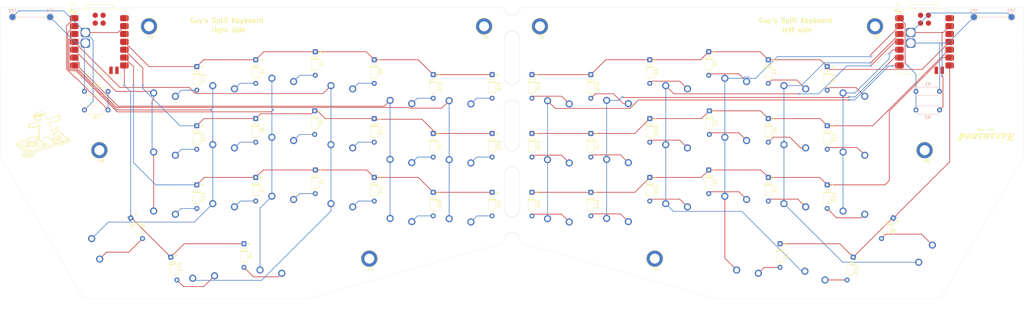
<source format=kicad_pcb>
(kicad_pcb (version 20241229) (generator "pcbnew") (generator_version "9.0")
  (layers (0 "F.Cu" signal) (2 "B.Cu" signal) (13 "F.Paste" user) (15 "B.Paste" user) (5 "F.SilkS" user "F.Silkscreen") (7 "B.SilkS" user "B.Silkscreen") (1 "F.Mask" user) (3 "B.Mask" user) (25 "Edge.Cuts" user))
  (net 0 "")
  (net 1 "Net-(D1-A)")
  (net 2 "Net-(D2-A)")
  (net 3 "Net-(D3-A)")
  (net 4 "Net-(D4-A)")
  (net 5 "Net-(D5-A)")
  (net 6 "Net-(D6-A)")
  (net 7 "Net-(D7-A)")
  (net 8 "Net-(D8-A)")
  (net 9 "Net-(D9-A)")
  (net 10 "Net-(D10-A)")
  (net 11 "Net-(D11-A)")
  (net 12 "Net-(D12-A)")
  (net 13 "Net-(D13-A)")
  (net 14 "Net-(D14-A)")
  (net 15 "Net-(D15-A)")
  (net 16 "Net-(D16-A)")
  (net 17 "Net-(D17-A)")
  (net 18 "Net-(D18-A)")
  (net 19 "Net-(D19-A)")
  (net 20 "Net-(D20-A)")
  (net 21 "Net-(D21-A)")
  (net 30 "Col6")
  (net 31 "Col5")
  (net 32 "Col4")
  (net 33 "Col3")
  (net 34 "Col2")
  (net 35 "Col1")
  (net 36 "GND")
  (net 37 "VBAT")
  (net 38 "BTPin")
  (net 39 "Row4")
  (net 40 "Row3")
  (net 41 "Row2")
  (net 42 "Row1")
  (footprint "Diode_THT:D_DO-35_SOD27_P7.62mm_Horizontal" (layer "F.Cu") (at 98.9 164.856667 -90)
    (property "Reference" "D15")
    (property "Value" "D")
  )
  (footprint "GateronKS33Solder:Gateron-KS33-Solderable-1U" (layer "F.Cu") (at 89.4 168.591667)
    (property "Reference" "SW15")
    (property "Value" "SW_Push")
  )
  (footprint "Diode_THT:D_DO-35_SOD27_P7.62mm_Horizontal" (layer "F.Cu") (at 263.9 121.856667 -90)
    (property "Reference" "D1")
    (property "Value" "D")
  )
  (footprint "GateronKS33Solder:Gateron-KS33-Solderable-1U" (layer "F.Cu") (at 165.6 170.972917)
    (property "Reference" "SW18")
    (property "Value" "SW_Push")
  )
  (footprint "Panelization:mouse-bite-5mm-slot" (layer "F.Cu") (at 200.5 177.666667 90)
    (property "Reference" "H7" (hide yes))
    (property "Value" "MountingHole" (hide yes))
    (fp_arc (start -5 -2.5) (mid -2.5 0) (end -5 2.5) (stroke (width 0.1)) (layer "Edge.Cuts"))
    (fp_arc (start 5 2.5) (mid 2.5 0) (end 5 -2.5) (stroke (width 0.1)) (layer "Edge.Cuts"))
  )
  (footprint "Diode_THT:D_DO-35_SOD27_P7.62mm_Horizontal" (layer "F.Cu") (at 225.9 129.256667 -90)
    (property "Reference" "D16")
    (property "Value" "D")
  )
  (footprint "Diode_THT:D_DO-35_SOD27_P7.62mm_Horizontal" (layer "F.Cu") (at 77.595 175.56711 -60)
    (property "Reference" "D8")
    (property "Value" "D")
  )
  (footprint "GateronKS33Solder:Gateron-KS33-Solderable-1U" (layer "F.Cu") (at 292.55 166.210417)
    (property "Reference" "SW7")
    (property "Value" "SW_Push")
  )
  (footprint "Panelization:mouse-bite-5mm-slot" (layer "F.Cu") (at 200.5 112.666667 90)
    (property "Reference" "H1" (hide yes))
    (property "Value" "MountingHole" (hide yes))
    (fp_arc (start -5 -2.5) (mid -2.5 0) (end -5 2.5) (stroke (width 0.1)) (layer "Edge.Cuts"))
    (fp_arc (start 5 2.5) (mid 2.5 0) (end 5 -2.5) (stroke (width 0.1)) (layer "Edge.Cuts"))
  )
  (footprint "GateronKS33Solder:Gateron-KS33-Solderable-1U" (layer "F.Cu") (at 311.6 168.591667)
    (property "Reference" "SW15")
    (property "Value" "SW_Push")
  )
  (footprint "Diode_THT:D_DO-35_SOD27_P7.62mm_Horizontal" (layer "F.Cu") (at 244.9 162.446667 -90)
    (property "Reference" "D11")
    (property "Value" "D")
  )
  (footprint "TestPoint:TestPoint_Loop_D3.80mm_Drill2.8mm" (layer "F.Cu") (at 191.5 113.666667)
    (property "Reference" "H6")
    (property "Value" "MountingHole")
  )
  (footprint "GateronKS33Solder:Gateron-KS33-Solderable-1U" (layer "F.Cu") (at 89.4 130.491667)
    (property "Reference" "SW13")
    (property "Value" "SW_Push")
  )
  (footprint "Diode_THT:D_DO-35_SOD27_P7.62mm_Horizontal" (layer "F.Cu") (at 156.1 143.446667 -90)
    (property "Reference" "D10")
    (property "Value" "D")
  )
  (footprint "GateronKS33Solder:Gateron-KS33-Solderable-1U" (layer "F.Cu") (at 146.55 147.160417)
    (property "Reference" "SW10")
    (property "Value" "SW_Push")
  )
  (footprint "Diode_THT:D_DO-35_SOD27_P7.62mm_Horizontal" (layer "F.Cu") (at 283.1 143.451667 -90)
    (property "Reference" "D6")
    (property "Value" "D")
  )
  (footprint "Diode_THT:D_DO-35_SOD27_P7.62mm_Horizontal" (layer "F.Cu") (at 98.9 126.656667 -90)
    (property "Reference" "D13")
    (property "Value" "D")
  )
  (footprint "Diode_THT:D_DO-35_SOD27_P7.62mm_Horizontal" (layer "F.Cu") (at 175.1 129.256667 -90)
    (property "Reference" "D16")
    (property "Value" "D")
  )
  (footprint "Diode_THT:D_DO-35_SOD27_P7.62mm_Horizontal" (layer "F.Cu") (at 137.1 160.046667 -90)
    (property "Reference" "D3")
    (property "Value" "D")
  )
  (footprint "GateronKS33Solder:Gateron-KS33-Solderable-1U" (layer "F.Cu") (at 235.4 132.872917)
    (property "Reference" "SW16")
    (property "Value" "SW_Push")
  )
  (footprint "TestPoint:TestPoint_Loop_D3.80mm_Drill2.8mm" (layer "F.Cu") (at 67.5 153.666667)
    (property "Reference" "H8")
    (property "Value" "MountingHole")
  )
  (footprint "Diode_THT:D_DO-35_SOD27_P7.62mm_Horizontal" (layer "F.Cu") (at 194.1 129.256667 -90)
    (property "Reference" "D19")
    (property "Value" "D")
  )
  (footprint "GateronKS33Solder:Gateron-KS33-Solderable-2U" (layer "F.Cu") (at 329.7125 183.666667 60)
    (property "Reference" "SW8")
    (property "Value" "SW_Push")
  )
  (footprint "LOGO" (layer "F.Cu") (at 49.5 148.666667)
    (property "Reference" "G***" (hide yes))
    (property "Value" "LOGO" (hide yes))
  )
  (footprint "GateronKS33Solder:Gateron-KS33-Solderable-1U" (layer "F.Cu") (at 108.45 166.210417)
    (property "Reference" "SW7")
    (property "Value" "SW_Push")
  )
  (footprint "Diode_THT:D_DO-35_SOD27_P7.62mm_Horizontal" (layer "F.Cu") (at 117.9 124.456667 -90)
    (property "Reference" "D5")
    (property "Value" "D")
  )
  (footprint "GateronKS33Solder:Gateron-KS33-Solderable-1U" (layer "F.Cu") (at 127.5 144.779167)
    (property "Reference" "SW2")
    (property "Value" "SW_Push")
  )
  (footprint "GateronKS33Solder:Gateron-KS33-Solderable-1U" (layer "F.Cu") (at 100.626726 189.319968 15)
    (property "Reference" "SW12")
    (property "Value" "SW_Push")
  )
  (footprint "GateronKS33Solder:Gateron-KS33-Solderable-1U" (layer "F.Cu") (at 300.373274 189.319968 -15)
    (property "Reference" "SW12")
    (property "Value" "SW_Push")
  )
  (footprint "Diode_THT:D_DO-35_SOD27_P7.62mm_Horizontal" (layer "F.Cu") (at 263.9 160.046667 -90)
    (property "Reference" "D3")
    (property "Value" "D")
  )
  (footprint "Panelization:mouse-bite-5mm-slot" (layer "F.Cu") (at 200.5 156.333334 90)
    (property "Reference" "H5" (hide yes))
    (property "Value" "MountingHole" (hide yes))
    (fp_arc (start -5 -2.5) (mid -2.5 0) (end -5 2.5) (stroke (width 0.1)) (layer "Edge.Cuts"))
    (fp_arc (start 5 2.5) (mid 2.5 0) (end 5 -2.5) (stroke (width 0.1)) (layer "Edge.Cuts"))
  )
  (footprint "GateronKS33Solder:Gateron-KS33-Solderable-1U" (layer "F.Cu") (at 123.69 187.641667)
    (property "Reference" "SW4")
    (property "Value" "SW_Push")
  )
  (footprint "Diode_THT:D_DO-35_SOD27_P7.62mm_Horizontal" (layer "F.Cu") (at 206.9 148.251667 -90)
    (property "Reference" "D20")
    (property "Value" "D")
  )
  (footprint "TestPoint:TestPoint_Loop_D3.80mm_Drill2.8mm" (layer "F.Cu") (at 246.5 188.666667)
    (property "Reference" "H4")
    (property "Value" "MountingHole")
  )
  (footprint "Diode_THT:D_DO-35_SOD27_P7.62mm_Horizontal" (layer "F.Cu") (at 194.1 148.251667 -90)
    (property "Reference" "D20")
    (property "Value" "D")
  )
  (footprint "GateronKS33Solder:Gateron-KS33-Solderable-1U" (layer "F.Cu") (at 127.5 163.829167)
    (property "Reference" "SW3")
    (property "Value" "SW_Push")
  )
  (footprint "GateronKS33Solder:Gateron-KS33-Solderable-1U" (layer "F.Cu") (at 311.6 130.491667)
    (property "Reference" "SW13")
    (property "Value" "SW_Push")
  )
  (footprint "Diode_THT:D_DO-35_SOD27_P7.62mm_Horizontal" (layer "F.Cu") (at 117.9 143.451667 -90)
    (property "Reference" "D6")
    (property "Value" "D")
  )
  (footprint "TestPoint:TestPoint_Loop_D3.80mm_Drill2.8mm" (layer "F.Cu") (at 209.5 113.666667)
    (property "Reference" "H6")
    (property "Value" "MountingHole")
  )
  (footprint "Diode_THT:D_DO-35_SOD27_P7.62mm_Horizontal" (layer "F.Cu") (at 156.1 124.446667 -90)
    (property "Reference" "D9")
    (property "Value" "D")
  )
  (footprint "GateronKS33Solder:Gateron-KS33-Solderable-1U" (layer "F.Cu") (at 311.6 149.541667)
    (property "Reference" "SW14")
    (property "Value" "SW_Push")
  )
  (footprint "GateronKS33Solder:Gateron-KS33-Solderable-1U" (layer "F.Cu") (at 146.55 166.210417)
    (property "Reference" "SW11")
    (property "Value" "SW_Push")
  )
  (footprint "Diode_THT:D_DO-35_SOD27_P7.62mm_Horizontal" (layer "F.Cu") (at 137.1 121.856667 -90)
    (property "Reference" "D1")
    (property "Value" "D")
  )
  (footprint "Resistor_THT:R_Axial_DIN0207_L6.3mm_D2.5mm_P7.62mm_Horizontal" (layer "F.Cu") (at 70.31 140.666667 180)
    (property "Reference" "R2")
    (property "Value" "R")
  )
  (footprint "TestPoint:TestPoint_Loop_D3.80mm_Drill2.8mm" (layer "F.Cu") (at 317.5 113.666667)
    (property "Reference" "H2")
    (property "Value" "MountingHole")
  )
  (footprint "Moddedxiao:modified-XIAO-nRF52840-SMD" (layer "F.Cu") (at 333.5 118.666667)
    (property "Reference" "U1")
    (property "Value" "XIAO-nRF52840-SMD")
  )
  (footprint "Diode_THT:D_DO-35_SOD27_P7.62mm_Horizontal" (layer "F.Cu") (at 206.9 167.246667 -90)
    (property "Reference" "D21")
    (property "Value" "D")
  )
  (footprint "GateronKS33Solder:Gateron-KS33-Solderable-1U" (layer "F.Cu") (at 216.35 171.068167)
    (property "Reference" "SW21")
    (property "Value" "SW_Push")
  )
  (footprint "Diode_THT:D_DO-35_SOD27_P7.62mm_Horizontal" (layer "F.Cu") (at 98.9 145.756667 -90)
    (property "Reference" "D14")
    (property "Value" "D")
  )
  (footprint "GateronKS33Solder:Gateron-KS33-Solderable-1U" (layer "F.Cu") (at 216.35 152.018167)
    (property "Reference" "SW20")
    (property "Value" "SW_Push")
  )
  (footprint "Diode_THT:D_DO-35_SOD27_P7.62mm_Horizontal" (layer "F.Cu") (at 283.1 124.456667 -90)
    (property "Reference" "D5")
    (property "Value" "D")
  )
  (footprint "GateronKS33Solder:Gateron-KS33-Solderable-1U" (layer "F.Cu") (at 254.45 128.110417)
    (property "Reference" "SW9")
    (property "Value" "SW_Push")
  )
  (footprint "GateronKS33Solder:Gateron-KS33-Solderable-1U" (layer "F.Cu") (at 184.65 132.968167)
    (property "Reference" "SW19")
    (property "Value" "SW_Push")
  )
  (footprint "Diode_THT:D_DO-35_SOD27_P7.62mm_Horizontal" (layer "F.Cu") (at 323.405 175.56711 -120)
    (property "Reference" "D8")
    (property "Value" "D")
  )
  (footprint "LOGO" (layer "F.Cu") (at 353.5 148.666667)
    (property "Reference" "G***" (hide yes))
    (property "Value" "LOGO" (hide yes))
  )
  (footprint "TestPoint:TestPoint_Loop_D3.80mm_Drill2.8mm" (layer "F.Cu") (at 83.5 113.666667)
    (property "Reference" "H2")
    (property "Value" "MountingHole")
  )
  (footprint "Diode_THT:D_DO-35_SOD27_P7.62mm_Horizontal" (layer "F.Cu") (at 114.1 183.856667 -90)
    (property "Reference" "D4")
    (property "Value" "D")
  )
  (footprint "GateronKS33Solder:Gateron-KS33-Solderable-1U" (layer "F.Cu") (at 165.6 132.872917)
    (property "Reference" "SW16")
    (property "Value" "SW_Push")
  )
  (footprint "GateronKS33Solder:Gateron-KS33-Solderable-1U" (layer "F.Cu") (at 184.65 171.068167)
    (property "Reference" "SW21")
    (property "Value" "SW_Push")
  )
  (footprint "Diode_THT:D_DO-35_SOD27_P7.62mm_Horizontal" (layer "F.Cu") (at 225.9 148.251667 -90)
    (property "Reference" "D17")
    (property "Value" "D")
  )
  (footprint "GateronKS33Solder:Gateron-KS33-Solderable-1U" (layer "F.Cu") (at 292.55 128.110417)
    (property "Reference" "SW5")
    (property "Value" "SW_Push")
  )
  (footprint "Diode_THT:D_DO-35_SOD27_P7.62mm_Horizontal" (layer "F.Cu") (at 194.1 167.246667 -90)
    (property "Reference" "D21")
    (property "Value" "D")
  )
  (footprint "GateronKS33Solder:Gateron-KS33-Solderable-1U" (layer "F.Cu") (at 235.4 151.922917)
    (property "Reference" "SW17")
    (property "Value" "SW_Push")
  )
  (footprint "Diode_THT:D_DO-35_SOD27_P7.62mm_Horizontal" (layer "F.Cu") (at 206.9 129.256667 -90)
    (property "Reference" "D19")
    (property "Value" "D")
  )
  (footprint "GateronKS33Solder:Gateron-KS33-Solderable-1U" (layer "F.Cu") (at 108.45 147.160417)
    (property "Reference" "SW6")
    (property "Value" "SW_Push")
  )
  (footprint "Diode_THT:D_DO-35_SOD27_P7.62mm_Horizontal" (layer "F.Cu") (at 225.9 167.246667 -90)
    (property "Reference" "D18")
    (property "Value" "D")
  )
  (footprint "GateronKS33Solder:Gateron-KS33-Solderable-1U" (layer "F.Cu") (at 184.65 152.018167)
    (property "Reference" "SW20")
    (property "Value" "SW_Push")
  )
  (footprint "Diode_THT:D_DO-35_SOD27_P7.62mm_Horizontal" (layer "F.Cu") (at 117.9 162.446667 -90)
    (property "Reference" "D7")
    (property "Value" "D")
  )
  (footprint "Diode_THT:D_DO-35_SOD27_P7.62mm_Horizontal" (layer "F.Cu") (at 136.9 140.951667 -90)
    (property "Reference" "D2")
    (property "Value" "D")
  )
  (footprint "Diode_THT:D_DO-35_SOD27_P7.62mm_Horizontal" (layer "F.Cu") (at 244.9 143.446667 -90)
    (property "Reference" "D10")
    (property "Value" "D")
  )
  (footprint "GateronKS33Solder:Gateron-KS33-Solderable-1U" (layer "F.Cu") (at 254.45 147.160417)
    (property "Reference" "SW10")
    (property "Value" "SW_Push")
  )
  (footprint "Diode_THT:D_DO-35_SOD27_P7.62mm_Horizontal" (layer "F.Cu") (at 175.1 148.251667 -90)
    (property "Reference" "D17")
    (property "Value" "D")
  )
  (footprint "TestPoint:TestPoint_Loop_D3.80mm_Drill2.8mm" (layer "F.Cu") (at 333.5 153.666667)
    (property "Reference" "H8")
    (property "Value" "MountingHole")
  )
  (footprint "Diode_THT:D_DO-35_SOD27_P7.62mm_Horizontal" (layer "F.Cu") (at 175.1 167.246667 -90)
    (property "Reference" "D18")
    (property "Value" "D")
  )
  (footprint "GateronKS33Solder:Gateron-KS33-Solderable-1U" (layer "F.Cu") (at 89.4 149.541667)
    (property "Reference" "SW14")
    (property "Value" "SW_Push")
  )
  (footprint "Diode_THT:D_DO-35_SOD27_P7.62mm_Horizontal" (layer "F.Cu") (at 286.9 183.856667 -90)
    (property "Reference" "D4")
    (property "Value" "D")
  )
  (footprint "GateronKS33Solder:Gateron-KS33-Solderable-1U" (layer "F.Cu") (at 273.5 125.729167)
    (property "Reference" "SW1")
    (property "Value" "SW_Push")
  )
  (footprint "Diode_THT:D_DO-35_SOD27_P7.62mm_Horizontal" (layer "F.Cu") (at 302.1 126.656667 -90)
    (property "Reference" "D13")
    (property "Value" "D")
  )
  (footprint "GateronKS33Solder:Gateron-KS33-Solderable-1U" (layer "F.Cu") (at 292.55 147.160417)
    (property "Reference" "SW6")
    (property "Value" "SW_Push")
  )
  (footprint "GateronKS33Solder:Gateron-KS33-Solderable-1U" (layer "F.Cu") (at 254.45 166.210417)
    (property "Reference" "SW11")
    (property "Value" "SW_Push")
  )
  (footprint "GateronKS33Solder:Gateron-KS33-Solderable-1U" (layer "F.Cu") (at 108.45 128.110417)
    (property "Reference" "SW5")
    (property "Value" "SW_Push")
  )
  (footprint "GateronKS33Solder:Gateron-KS33-Solderable-1U" (layer "F.Cu") (at 273.5 163.829167)
    (property "Reference" "SW3")
    (property "Value" "SW_Push")
  )
  (footprint "GateronKS33Solder:Gateron-KS33-Solderable-1U" (layer "F.Cu") (at 277.31 187.641667)
    (property "Reference" "SW4")
    (property "Value" "SW_Push")
  )
  (footprint "GateronKS33Solder:Gateron-KS33-Solderable-1U" (layer "F.Cu") (at 127.5 125.729167)
    (property "Reference" "SW1")
    (property "Value" "SW_Push")
  )
  (footprint "Diode_THT:D_DO-35_SOD27_P7.62mm_Horizontal" (layer "F.Cu") (at 302.1 145.756667 -90)
    (property "Reference" "D14")
    (property "Value" "D")
  )
  (footprint "Diode_THT:D_DO-35_SOD27_P7.62mm_Horizontal" (layer "F.Cu") (at 310.4861 188.18649 -105)
    (property "Reference" "D12")
    (property "Value" "D")
  )
  (footprint "Moddedxiao:modified-XIAO-nRF52840-SMD" (layer "F.Cu") (at 67.5 118.666667)
    (property "Reference" "U1")
    (property "Value" "XIAO-nRF52840-SMD")
  )
  (footprint "Diode_THT:D_DO-35_SOD27_P7.62mm_Horizontal" (layer "F.Cu") (at 264.1 140.951667 -90)
    (property "Reference" "D2")
    (property "Value" "D")
  )
  (footprint "Panelization:mouse-bite-5mm-slot" (layer "F.Cu") (at 200.5 135 90)
    (property "Reference" "H3" (hide yes))
    (property "Value" "MountingHole" (hide yes))
    (fp_arc (start -5 -2.5) (mid -2.5 0) (end -5 2.5) (stroke (width 0.1)) (layer "Edge.Cuts"))
    (fp_arc (start 5 2.5) (mid 2.5 0) (end 5 -2.5) (stroke (width 0.1)) (layer "Edge.Cuts"))
  )
  (footprint "GateronKS33Solder:Gateron-KS33-Solderable-1U" (layer "F.Cu") (at 165.6 151.922917)
    (property "Reference" "SW17")
    (property "Value" "SW_Push")
  )
  (footprint "GateronKS33Solder:Gateron-KS33-Solderable-1U" (layer "F.Cu") (at 235.4 170.972917)
    (property "Reference" "SW18")
    (property "Value" "SW_Push")
  )
  (footprint "GateronKS33Solder:Gateron-KS33-Solderable-1U" (layer "F.Cu") (at 216.35 132.968167)
    (property "Reference" "SW19")
    (property "Value" "SW_Push")
  )
  (footprint "Diode_THT:D_DO-35_SOD27_P7.62mm_Horizontal" (layer "F.Cu") (at 156.1 162.446667 -90)
    (property "Reference" "D11")
    (property "Value" "D")
  )
  (footprint "Diode_THT:D_DO-35_SOD27_P7.62mm_Horizontal" (layer "F.Cu") (at 90.5139 188.18649 -75)
    (property "Reference" "D12")
    (property "Value" "D")
  )
  (footprint "GateronKS33Solder:Gateron-KS33-Solderable-1U" (layer "F.Cu") (at 273.5 144.779167)
    (property "Reference" "SW2")
    (property "Value" "SW_Push")
  )
  (footprint "TestPoint:TestPoint_Loop_D3.80mm_Drill2.8mm" (layer "F.Cu") (at 154.5 188.666667)
    (property "Reference" "H4")
    (property "Value" "MountingHole")
  )
  (footprint "Diode_THT:D_DO-35_SOD27_P7.62mm_Horizontal" (layer "F.Cu") (at 244.9 124.446667 -90)
    (property "Reference" "D9")
    (property "Value" "D")
  )
  (footprint "GateronKS33Solder:Gateron-KS33-Solderable-2U" (layer "F.Cu") (at 71.2875 183.666667 -60)
    (property "Reference" "SW8")
    (property "Value" "SW_Push")
  )
  (footprint "GateronKS33Solder:Gateron-KS33-Solderable-1U" (layer "F.Cu") (at 146.55 128.110417)
    (property "Reference" "SW9")
    (property "Value" "SW_Push")
  )
  (footprint "Diode_THT:D_DO-35_SOD27_P7.62mm_Horizontal" (layer "F.Cu") (at 283.1 162.446667 -90)
    (property "Reference" "D7")
    (property "Value" "D")
  )
  (footprint "Diode_THT:D_DO-35_SOD27_P7.62mm_Horizontal" (layer "F.Cu") (at 302.1 164.856667 -90)
    (property "Reference" "D15")
    (property "Value" "D")
  )
  (footprint "Resistor_THT:R_Axial_DIN0207_L6.3mm_D2.5mm_P7.62mm_Horizontal" (layer "F.Cu") (at 62.69 134.666667)
    (property "Reference" "R1")
    (property "Value" "R")
  )
  (footprint "Resistor_THT:R_Axial_DIN0207_L6.3mm_D2.5mm_P7.62mm_Horizontal" (layer "B.Cu") (at 338.31 134.666667 180)
    (property "Reference" "R1")
    (property "Value" "R")
  )
  (footprint "TestPoint:TestPoint_Pad_D2.0mm" (layer "B.Cu") (at 349.37619 110.666667 180)
    (property "Reference" "TP1")
    (property "Value" "BAT")
  )
  (footprint "TestPoint:TestPoint_Pad_D2.0mm" (layer "B.Cu") (at 51.62381 110.666667 180)
    (property "Reference" "TP1")
    (property "Value" "BAT")
  )
  (footprint "TestPoint:TestPoint_Pad_D2.0mm" (layer "B.Cu") (at 361.5 110.666667 180)
    (property "Reference" "TP2")
    (property "Value" "GND")
  )
  (footprint "Resistor_THT:R_Axial_DIN0207_L6.3mm_D2.5mm_P7.62mm_Horizontal" (layer "B.Cu") (at 330.69 140.666667)
    (property "Reference" "R2")
    (property "Value" "R")
  )
  (footprint "TestPoint:TestPoint_Pad_D2.0mm" (layer "B.Cu") (at 39.5 110.666667 180)
    (property "Reference" "TP2")
    (property "Value" "GND")
  )
  (gr_line (start 350.638095 110.666667) (end 360.3 110.666667) (stroke (width 0.1)) (layer "B.SilkS"))
  (gr_line (start 40.7 110.666667) (end 50.42381 110.666667) (stroke (width 0.1)) (layer "B.SilkS"))
  (gr_line (start 203 107.666667) (end 365.3 107.666667) (stroke (width 0.05)) (layer "Edge.Cuts"))
  (gr_line (start 338.5 201.666667) (end 266.5 201.666667) (stroke (width 0.05)) (layer "Edge.Cuts"))
  (gr_line (start 203 117.666667) (end 203 130) (stroke (width 0.05)) (layer "Edge.Cuts"))
  (gr_line (start 197.299472 183.666667) (end 134.5 201.666667) (stroke (width 0.05)) (layer "Edge.Cuts"))
  (gr_line (start 198 151.333334) (end 198 140) (stroke (width 0.05)) (layer "Edge.Cuts"))
  (gr_line (start 203 161.333334) (end 203 172.666667) (stroke (width 0.05)) (layer "Edge.Cuts"))
  (gr_line (start 62.5 201.666667) (end 134.5 201.666667) (stroke (width 0.05)) (layer "Edge.Cuts"))
  (gr_line (start 198 172.666667) (end 198 161.333334) (stroke (width 0.05)) (layer "Edge.Cuts"))
  (gr_line (start 62.5 201.666667) (end 35.5 155.491667) (stroke (width 0.05)) (layer "Edge.Cuts"))
  (gr_line (start 338.5 201.666667) (end 365.5 155.666667) (stroke (width 0.05)) (layer "Edge.Cuts"))
  (gr_line (start 198 107.666667) (end 35.7 107.666667) (stroke (width 0.05)) (layer "Edge.Cuts"))
  (gr_line (start 198 117.666667) (end 198 130) (stroke (width 0.05)) (layer "Edge.Cuts"))
  (gr_line (start 203 182.666667) (end 203.700528 183.666667) (stroke (width 0.05)) (layer "Edge.Cuts"))
  (gr_line (start 365.304167 107.666667) (end 365.504167 155.666667) (stroke (width 0.05)) (layer "Edge.Cuts"))
  (gr_line (start 203.700528 183.666667) (end 266.5 201.666667) (stroke (width 0.05)) (layer "Edge.Cuts"))
  (gr_line (start 203 140) (end 203 151.333334) (stroke (width 0.05)) (layer "Edge.Cuts"))
  (gr_line (start 198 182.666667) (end 197.299472 183.666667) (stroke (width 0.05)) (layer "Edge.Cuts"))
  (gr_line (start 35.700855 107.666597) (end 35.496474 155.491667) (stroke (width 0.05)) (layer "Edge.Cuts"))
  (gr_text "left side" (at 287.5 115.666667 0) (layer "F.SilkS") (effects (font (size 1.5 1.5) (thickness 0.3) (bold yes)) (justify left bottom)))
  (gr_text "Guy's Split Keyboard" (at 279.9 112.666667 0) (layer "F.SilkS") (effects (font (size 1.5 1.5) (thickness 0.3) (bold yes)) (justify left bottom)))
  (gr_text "right side" (at 103.5 115.666667 0) (layer "F.SilkS") (effects (font (size 1.5 1.5) (thickness 0.3) (bold yes)) (justify left bottom)))
  (gr_text "Guy's Split Keyboard" (at 96.5 112.666667 0) (layer "F.SilkS") (effects (font (size 1.5 1.5) (thickness 0.3) (bold yes)) (justify left bottom)))
  (segment (start 273.599 128.978167) (end 264.3985 128.978167) (width 0.2) (layer "F.Cu") (net 1))
  (segment (start 276.1 131.479167) (end 273.599 128.978167) (width 0.2) (layer "F.Cu") (net 1))
  (segment (start 264.3985 128.978167) (end 263.9 129.476667) (width 0.2) (layer "F.Cu") (net 1))
  (segment (start 137.1 129.476667) (end 132.1025 129.476667) (width 0.2) (layer "B.Cu") (net 1))
  (segment (start 132.1025 129.476667) (end 130.1 131.479167) (width 0.2) (layer "B.Cu") (net 1))
  (segment (start 264.6435 148.028167) (end 264.1 148.571667) (width 0.2) (layer "F.Cu") (net 2))
  (segment (start 276.1 150.529167) (end 273.599 148.028167) (width 0.2) (layer "F.Cu") (net 2))
  (segment (start 273.599 148.028167) (end 264.6435 148.028167) (width 0.2) (layer "F.Cu") (net 2))
  (segment (start 130.1 150.529167) (end 132.0575 148.571667) (width 0.2) (layer "B.Cu") (net 2))
  (segment (start 132.0575 148.571667) (end 136.9 148.571667) (width 0.2) (layer "B.Cu") (net 2))
  (segment (start 276.1 169.579167) (end 273.599 167.078167) (width 0.2) (layer "F.Cu") (net 3))
  (segment (start 264.4885 167.078167) (end 263.9 167.666667) (width 0.2) (layer "F.Cu") (net 3))
  (segment (start 273.599 167.078167) (end 264.4885 167.078167) (width 0.2) (layer "F.Cu") (net 3))
  (segment (start 130.1 169.579167) (end 132.0125 167.666667) (width 0.2) (layer "B.Cu") (net 3))
  (segment (start 132.0125 167.666667) (end 137.1 167.666667) (width 0.2) (layer "B.Cu") (net 3))
  (segment (start 286.9 191.476667) (end 281.825 191.476667) (width 0.2) (layer "F.Cu") (net 4))
  (segment (start 117.165 194.541667) (end 114.1 191.476667) (width 0.2) (layer "F.Cu") (net 4))
  (segment (start 281.825 191.476667) (end 279.91 193.391667) (width 0.2) (layer "F.Cu") (net 4))
  (segment (start 126.29 193.391667) (end 125.14 194.541667) (width 0.2) (layer "F.Cu") (net 4))
  (segment (start 125.14 194.541667) (end 117.165 194.541667) (width 0.2) (layer "F.Cu") (net 4))
  (segment (start 292.301 131.011417) (end 284.16525 131.011417) (width 0.2) (layer "F.Cu") (net 5))
  (segment (start 295.15 133.860417) (end 292.301 131.011417) (width 0.2) (layer "F.Cu") (net 5))
  (segment (start 284.16525 131.011417) (end 283.1 132.076667) (width 0.2) (layer "F.Cu") (net 5))
  (segment (start 117.9 132.076667) (end 112.83375 132.076667) (width 0.2) (layer "B.Cu") (net 5))
  (segment (start 112.83375 132.076667) (end 111.05 133.860417) (width 0.2) (layer "B.Cu") (net 5))
  (segment (start 284.72 149.451667) (end 283.1 151.071667) (width 0.2) (layer "F.Cu") (net 6))
  (segment (start 290.064905 149.451667) (end 284.72 149.451667) (width 0.2) (layer "F.Cu") (net 6))
  (segment (start 293.523655 152.910417) (end 290.064905 149.451667) (width 0.2) (layer "F.Cu") (net 6))
  (segment (start 295.15 152.910417) (end 293.523655 152.910417) (width 0.2) (layer "F.Cu") (net 6))
  (segment (start 112.88875 151.071667) (end 117.9 151.071667) (width 0.2) (layer "B.Cu") (net 6))
  (segment (start 111.05 152.910417) (end 112.88875 151.071667) (width 0.2) (layer "B.Cu") (net 6))
  (segment (start 295.15 171.960417) (end 292.64125 169.451667) (width 0.2) (layer "F.Cu") (net 7))
  (segment (start 292.64125 169.451667) (end 283.715 169.451667) (width 0.2) (layer "F.Cu") (net 7))
  (segment (start 283.715 169.451667) (end 283.1 170.066667) (width 0.2) (layer "F.Cu") (net 7))
  (segment (start 112.94375 170.066667) (end 117.9 170.066667) (width 0.2) (layer "B.Cu") (net 7))
  (segment (start 111.05 171.960417) (end 112.94375 170.066667) (width 0.2) (layer "B.Cu") (net 7))
  (segment (start 81.405 182.166224) (end 77.003557 186.567667) (width 0.2) (layer "F.Cu") (net 8))
  (segment (start 335.992146 184.290001) (end 332.467812 180.765667) (width 0.2) (layer "F.Cu") (net 8))
  (segment (start 69.83352 186.567667) (end 67.607854 188.793333) (width 0.2) (layer "F.Cu") (net 8))
  (segment (start 332.467812 180.765667) (end 320.995557 180.765667) (width 0.2) (layer "F.Cu") (net 8))
  (segment (start 77.003557 186.567667) (end 69.83352 186.567667) (width 0.2) (layer "F.Cu") (net 8))
  (segment (start 320.995557 180.765667) (end 319.595 182.166224) (width 0.2) (layer "F.Cu") (net 8))
  (segment (start 257.05 133.860417) (end 254.549 131.359417) (width 0.2) (layer "F.Cu") (net 9))
  (segment (start 254.549 131.359417) (end 245.60725 131.359417) (width 0.2) (layer "F.Cu") (net 9))
  (segment (start 245.60725 131.359417) (end 244.9 132.066667) (width 0.2) (layer "F.Cu") (net 9))
  (segment (start 150.94375 132.066667) (end 149.15 133.860417) (width 0.2) (layer "B.Cu") (net 9))
  (segment (start 156.1 132.066667) (end 150.94375 132.066667) (width 0.2) (layer "B.Cu") (net 9))
  (segment (start 254.549 150.409417) (end 245.55725 150.409417) (width 0.2) (layer "F.Cu") (net 10))
  (segment (start 257.05 152.910417) (end 254.549 150.409417) (width 0.2) (layer "F.Cu") (net 10))
  (segment (start 245.55725 150.409417) (end 244.9 151.066667) (width 0.2) (layer "F.Cu") (net 10))
  (segment (start 150.99375 151.066667) (end 156.1 151.066667) (width 0.2) (layer "B.Cu") (net 10))
  (segment (start 149.15 152.910417) (end 150.99375 151.066667) (width 0.2) (layer "B.Cu") (net 10))
  (segment (start 257.05 171.960417) (end 254.549 169.459417) (width 0.2) (layer "F.Cu") (net 11))
  (segment (start 254.549 169.459417) (end 245.50725 169.459417) (width 0.2) (layer "F.Cu") (net 11))
  (segment (start 245.50725 169.459417) (end 244.9 170.066667) (width 0.2) (layer "F.Cu") (net 11))
  (segment (start 151.04375 170.066667) (end 156.1 170.066667) (width 0.2) (layer "B.Cu") (net 11))
  (segment (start 149.15 171.960417) (end 151.04375 170.066667) (width 0.2) (layer "B.Cu") (net 11))
  (segment (start 301.396472 195.546971) (end 308.513773 195.546971) (width 0.2) (layer "F.Cu") (net 12))
  (segment (start 101.160788 197.666667) (end 94.605923 197.666667) (width 0.2) (layer "F.Cu") (net 12))
  (segment (start 104.626343 194.201112) (end 101.160788 197.666667) (width 0.2) (layer "F.Cu") (net 12))
  (segment (start 94.605923 197.666667) (end 92.486101 195.546845) (width 0.2) (layer "F.Cu") (net 12))
  (segment (start 308.513773 195.546971) (end 308.513899 195.546845) (width 0.2) (layer "F.Cu") (net 12))
  (segment (start 302.925 133.451667) (end 302.1 134.276667) (width 0.2) (layer "F.Cu") (net 13))
  (segment (start 311.41 133.451667) (end 302.925 133.451667) (width 0.2) (layer "F.Cu") (net 13))
  (segment (start 314.2 136.241667) (end 311.41 133.451667) (width 0.2) (layer "F.Cu") (net 13))
  (segment (start 93.965 134.276667) (end 92 136.241667) (width 0.2) (layer "B.Cu") (net 13))
  (segment (start 98.9 134.276667) (end 93.965 134.276667) (width 0.2) (layer "B.Cu") (net 13))
  (segment (start 302.686 152.790667) (end 302.1 153.376667) (width 0.2) (layer "F.Cu") (net 14))
  (segment (start 311.699 152.790667) (end 302.686 152.790667) (width 0.2) (layer "F.Cu") (net 14))
  (segment (start 314.2 155.291667) (end 311.699 152.790667) (width 0.2) (layer "F.Cu") (net 14))
  (segment (start 92 155.291667) (end 93.915 153.376667) (width 0.2) (layer "B.Cu") (net 14))
  (segment (start 93.915 153.376667) (end 98.9 153.376667) (width 0.2) (layer "B.Cu") (net 14))
  (segment (start 314.2 174.341667) (end 313.05 175.491667) (width 0.2) (layer "F.Cu") (net 15))
  (segment (start 305.115 175.491667) (end 302.1 172.476667) (width 0.2) (layer "F.Cu") (net 15))
  (segment (start 313.05 175.491667) (end 305.115 175.491667) (width 0.2) (layer "F.Cu") (net 15))
  (segment (start 93.865 172.476667) (end 98.9 172.476667) (width 0.2) (layer "B.Cu") (net 15))
  (segment (start 92 174.341667) (end 93.865 172.476667) (width 0.2) (layer "B.Cu") (net 15))
  (segment (start 236.373655 138.622917) (end 233.202405 135.451667) (width 0.2) (layer "F.Cu") (net 16))
  (segment (start 227.325 135.451667) (end 225.9 136.876667) (width 0.2) (layer "F.Cu") (net 16))
  (segment (start 233.202405 135.451667) (end 227.325 135.451667) (width 0.2) (layer "F.Cu") (net 16))
  (segment (start 238 138.622917) (end 236.373655 138.622917) (width 0.2) (layer "F.Cu") (net 16))
  (segment (start 175.1 136.876667) (end 169.94625 136.876667) (width 0.2) (layer "B.Cu") (net 16))
  (segment (start 169.94625 136.876667) (end 168.2 138.622917) (width 0.2) (layer "B.Cu") (net 16))
  (segment (start 238 157.672917) (end 235.499 155.171917) (width 0.2) (layer "F.Cu") (net 17))
  (segment (start 235.499 155.171917) (end 226.59975 155.171917) (width 0.2) (layer "F.Cu") (net 17))
  (segment (start 226.59975 155.171917) (end 225.9 155.871667) (width 0.2) (layer "F.Cu") (net 17))
  (segment (start 168.2 157.672917) (end 170.00125 155.871667) (width 0.2) (layer "B.Cu") (net 17))
  (segment (start 170.00125 155.871667) (end 175.1 155.871667) (width 0.2) (layer "B.Cu") (net 17))
  (segment (start 235.499 174.221917) (end 226.54475 174.221917) (width 0.2) (layer "F.Cu") (net 18))
  (segment (start 238 176.722917) (end 235.499 174.221917) (width 0.2) (layer "F.Cu") (net 18))
  (segment (start 226.54475 174.221917) (end 225.9 174.866667) (width 0.2) (layer "F.Cu") (net 18))
  (segment (start 168.2 176.722917) (end 170.05625 174.866667) (width 0.2) (layer "B.Cu") (net 18))
  (segment (start 170.05625 174.866667) (end 175.1 174.866667) (width 0.2) (layer "B.Cu") (net 18))
  (segment (start 207.5595 136.217167) (end 206.9 136.876667) (width 0.2) (layer "F.Cu") (net 19))
  (segment (start 218.95 138.718167) (end 216.449 136.217167) (width 0.2) (layer "F.Cu") (net 19))
  (segment (start 216.449 136.217167) (end 207.5595 136.217167) (width 0.2) (layer "F.Cu") (net 19))
  (segment (start 194.1 136.876667) (end 189.0915 136.876667) (width 0.2) (layer "B.Cu") (net 19))
  (segment (start 189.0915 136.876667) (end 187.25 138.718167) (width 0.2) (layer "B.Cu") (net 19))
  (segment (start 216.449 155.267167) (end 207.5045 155.267167) (width 0.2) (layer "F.Cu") (net 20))
  (segment (start 218.95 157.768167) (end 216.449 155.267167) (width 0.2) (layer "F.Cu") (net 20))
  (segment (start 207.5045 155.267167) (end 206.9 155.871667) (width 0.2) (layer "F.Cu") (net 20))
  (segment (start 189.1465 155.871667) (end 194.1 155.871667) (width 0.2) (layer "B.Cu") (net 20))
  (segment (start 187.25 157.768167) (end 189.1465 155.871667) (width 0.2) (layer "B.Cu") (net 20))
  (segment (start 216.449 174.317167) (end 207.4495 174.317167) (width 0.2) (layer "F.Cu") (net 21))
  (segment (start 207.4495 174.317167) (end 206.9 174.866667) (width 0.2) (layer "F.Cu") (net 21))
  (segment (start 218.95 176.818167) (end 216.449 174.317167) (width 0.2) (layer "F.Cu") (net 21))
  (segment (start 187.25 176.818167) (end 189.2015 174.866667) (width 0.2) (layer "B.Cu") (net 21))
  (segment (start 189.2015 174.866667) (end 194.1 174.866667) (width 0.2) (layer "B.Cu") (net 21))
  (segment (start 323.265 126.286667) (end 323.1 126.451667) (width 0.2) (layer "F.Cu") (net 30))
  (segment (start 59.39 126.286667) (end 72.954 139.850667) (width 0.2) (layer "F.Cu") (net 30))
  (segment (start 238.505774 140.169167) (end 214.451 140.169167) (width 0.2) (layer "F.Cu") (net 30))
  (segment (start 72.954 139.850667) (end 167.375726 139.850667) (width 0.2) (layer "F.Cu") (net 30))
  (segment (start 241.223274 137.451667) (end 238.505774 140.169167) (width 0.2) (layer "F.Cu") (net 30))
  (segment (start 309.1 137.451667) (end 241.223274 137.451667) (width 0.2) (layer "F.Cu") (net 30))
  (segment (start 325.39 126.286667) (end 323.265 126.286667) (width 0.2) (layer "F.Cu") (net 30))
  (segment (start 214.451 140.169167) (end 211.95 137.668167) (width 0.2) (layer "F.Cu") (net 30))
  (segment (start 177.84425 140.073917) (end 180.25 137.668167) (width 0.2) (layer "F.Cu") (net 30))
  (segment (start 167.375726 139.850667) (end 167.598976 140.073917) (width 0.2) (layer "F.Cu") (net 30))
  (segment (start 167.598976 140.073917) (end 177.84425 140.073917) (width 0.2) (layer "F.Cu") (net 30))
  (via (at 323.1 126.451667) (size 0.6) (drill 0.3) (layers "F.Cu" "B.Cu") (net 30))
  (via (at 309.1 137.451667) (size 0.6) (drill 0.3) (layers "F.Cu" "B.Cu") (net 30))
  (segment (start 180.25 137.668167) (end 180.25 175.768167) (width 0.2) (layer "B.Cu") (net 30))
  (segment (start 321.937976 126.451667) (end 310.937976 137.451667) (width 0.2) (layer "B.Cu") (net 30))
  (segment (start 323.1 126.451667) (end 321.937976 126.451667) (width 0.2) (layer "B.Cu") (net 30))
  (segment (start 310.937976 137.451667) (end 309.1 137.451667) (width 0.2) (layer "B.Cu") (net 30))
  (segment (start 211.95 175.768167) (end 211.95 137.668167) (width 0.2) (layer "B.Cu") (net 30))
  (segment (start 236.291 136.642667) (end 236.1 136.451667) (width 0.2) (layer "F.Cu") (net 31))
  (segment (start 159.32325 139.449667) (end 161.2 137.572917) (width 0.2) (layer "F.Cu") (net 31))
  (segment (start 61.066 125.422667) (end 61.066 127.015667) (width 0.2) (layer "F.Cu") (net 31))
  (segment (start 323.794446 123.746667) (end 321.094723 126.44639) (width 0.2) (layer "F.Cu") (net 31))
  (segment (start 309.1 136.451667) (end 308.909 136.642667) (width 0.2) (layer "F.Cu") (net 31))
  (segment (start 325.39 123.746667) (end 323.794446 123.746667) (width 0.2) (layer "F.Cu") (net 31))
  (segment (start 61.066 127.015667) (end 73.5 139.449667) (width 0.2) (layer "F.Cu") (net 31))
  (segment (start 73.5 139.449667) (end 159.32325 139.449667) (width 0.2) (layer "F.Cu") (net 31))
  (segment (start 308.909 136.642667) (end 236.291 136.642667) (width 0.2) (layer "F.Cu") (net 31))
  (segment (start 59.39 123.746667) (end 61.066 125.422667) (width 0.2) (layer "F.Cu") (net 31))
  (via (at 309.1 136.451667) (size 0.6) (drill 0.3) (layers "F.Cu" "B.Cu") (net 31))
  (via (at 321.094723 126.44639) (size 0.6) (drill 0.3) (layers "F.Cu" "B.Cu") (net 31))
  (via (at 236.1 136.451667) (size 0.6) (drill 0.3) (layers "F.Cu" "B.Cu") (net 31))
  (segment (start 231 175.672917) (end 231 137.572917) (width 0.2) (layer "B.Cu") (net 31))
  (segment (start 321.094723 126.456944) (end 311.1 136.451667) (width 0.2) (layer "B.Cu") (net 31))
  (segment (start 234.97875 137.572917) (end 231 137.572917) (width 0.2) (layer "B.Cu") (net 31))
  (segment (start 311.1 136.451667) (end 309.1 136.451667) (width 0.2) (layer "B.Cu") (net 31))
  (segment (start 236.1 136.451667) (end 234.97875 137.572917) (width 0.2) (layer "B.Cu") (net 31))
  (segment (start 161.2 137.572917) (end 161.2 175.672917) (width 0.2) (layer "B.Cu") (net 31))
  (segment (start 321.094723 126.44639) (end 321.094723 126.456944) (width 0.2) (layer "B.Cu") (net 31))
  (segment (start 84.5 137.666667) (end 85 137.166667) (width 0.2) (layer "F.Cu") (net 32))
  (segment (start 85 137.166667) (end 85 135.191667) (width 0.2) (layer "F.Cu") (net 32))
  (segment (start 72.85 134.666667) (end 84.475 134.666667) (width 0.2) (layer "F.Cu") (net 32))
  (segment (start 85 173.291667) (end 85 154.241667) (width 0.2) (layer "F.Cu") (net 32))
  (segment (start 84.475 134.666667) (end 85 135.191667) (width 0.2) (layer "F.Cu") (net 32))
  (segment (start 322.1 122.451667) (end 323.345 121.206667) (width 0.2) (layer "F.Cu") (net 32))
  (segment (start 84.5 138.666667) (end 84.5 137.666667) (width 0.2) (layer "F.Cu") (net 32))
  (segment (start 59.39 121.206667) (end 72.85 134.666667) (width 0.2) (layer "F.Cu") (net 32))
  (segment (start 323.345 121.206667) (end 325.39 121.206667) (width 0.2) (layer "F.Cu") (net 32))
  (via (at 84.5 138.666667) (size 0.6) (drill 0.3) (layers "F.Cu" "B.Cu") (net 32))
  (via (at 322.1 122.451667) (size 0.6) (drill 0.3) (layers "F.Cu" "B.Cu") (net 32))
  (segment (start 311.002634 135.191667) (end 322.1 124.094301) (width 0.2) (layer "B.Cu") (net 32))
  (segment (start 307.2 135.191667) (end 311.002634 135.191667) (width 0.2) (layer "B.Cu") (net 32))
  (segment (start 307.2 173.291667) (end 307.2 135.191667) (width 0.2) (layer "B.Cu") (net 32))
  (segment (start 322.1 124.094301) (end 322.1 122.451667) (width 0.2) (layer "B.Cu") (net 32))
  (segment (start 85 154.241667) (end 84.5 153.741667) (width 0.2) (layer "B.Cu") (net 32))
  (segment (start 84.5 153.741667) (end 84.5 138.666667) (width 0.2) (layer "B.Cu") (net 32))
  (segment (start 293.1 135.451667) (end 252.69125 135.451667) (width 0.2) (layer "F.Cu") (net 33))
  (segment (start 96.45895 133.392667) (end 98.44395 135.377667) (width 0.2) (layer "F.Cu") (net 33))
  (segment (start 139.58275 135.377667) (end 142.15 132.810417) (width 0.2) (layer "F.Cu") (net 33))
  (segment (start 325.39 118.666667) (end 323.885 118.666667) (width 0.2) (layer "F.Cu") (net 33))
  (segment (start 323.885 118.666667) (end 316.1 126.451667) (width 0.2) (layer "F.Cu") (net 33))
  (segment (start 74.116 133.392667) (end 96.45895 133.392667) (width 0.2) (layer "F.Cu") (net 33))
  (segment (start 252.69125 135.451667) (end 250.05 132.810417) (width 0.2) (layer "F.Cu") (net 33))
  (segment (start 59.39 118.666667) (end 74.116 133.392667) (width 0.2) (layer "F.Cu") (net 33))
  (segment (start 98.44395 135.377667) (end 139.58275 135.377667) (width 0.2) (layer "F.Cu") (net 33))
  (via (at 293.1 135.451667) (size 0.6) (drill 0.3) (layers "F.Cu" "B.Cu") (net 33))
  (via (at 316.1 126.451667) (size 0.6) (drill 0.3) (layers "F.Cu" "B.Cu") (net 33))
  (segment (start 97.593102 194.998623) (end 98.261146 195.666667) (width 0.2) (layer "B.Cu") (net 33))
  (segment (start 119.767634 195.666667) (end 142.15 173.284301) (width 0.2) (layer "B.Cu") (net 33))
  (segment (start 293.878188 192.721015) (end 274.56859 173.411417) (width 0.2) (layer "B.Cu") (net 33))
  (segment (start 252.551 173.411417) (end 250.05 170.910417) (width 0.2) (layer "B.Cu") (net 33))
  (segment (start 142.15 173.284301) (end 142.15 170.910417) (width 0.2) (layer "B.Cu") (net 33))
  (segment (start 142.15 132.810417) (end 142.15 170.910417) (width 0.2) (layer "B.Cu") (net 33))
  (segment (start 250.05 170.910417) (end 250.05 132.810417) (width 0.2) (layer "B.Cu") (net 33))
  (segment (start 274.56859 173.411417) (end 252.551 173.411417) (width 0.2) (layer "B.Cu") (net 33))
  (segment (start 316.1 126.451667) (end 308.36795 126.451667) (width 0.2) (layer "B.Cu") (net 33))
  (segment (start 299.36795 135.451667) (end 293.1 135.451667) (width 0.2) (layer "B.Cu") (net 33))
  (segment (start 308.36795 126.451667) (end 299.36795 135.451667) (width 0.2) (layer "B.Cu") (net 33))
  (segment (start 294.906751 192.721015) (end 293.878188 192.721015) (width 0.2) (layer "B.Cu") (net 33))
  (segment (start 98.261146 195.666667) (end 119.767634 195.666667) (width 0.2) (layer "B.Cu") (net 33))
  (segment (start 60.1239 127.587667) (end 73.2029 140.666667) (width 0.2) (layer "F.Cu") (net 34))
  (segment (start 58.175942 127.587667) (end 60.1239 127.587667) (width 0.2) (layer "F.Cu") (net 34))
  (segment (start 325.39 116.126667) (end 316.1 125.416667) (width 0.2) (layer "F.Cu") (net 34))
  (segment (start 57.714 117.802667) (end 57.714 127.125725) (width 0.2) (layer "F.Cu") (net 34))
  (segment (start 316.1 125.416667) (end 316.1 125.451667) (width 0.2) (layer "F.Cu") (net 34))
  (segment (start 73.2029 140.666667) (end 103.5 140.666667) (width 0.2) (layer "F.Cu") (net 34))
  (segment (start 57.714 127.125725) (end 58.175942 127.587667) (width 0.2) (layer "F.Cu") (net 34))
  (segment (start 59.39 116.126667) (end 57.714 117.802667) (width 0.2) (layer "F.Cu") (net 34))
  (via (at 103.5 140.666667) (size 0.6) (drill 0.3) (layers "F.Cu" "B.Cu") (net 34))
  (via (at 316.1 125.451667) (size 0.6) (drill 0.3) (layers "F.Cu" "B.Cu") (net 34))
  (segment (start 307.066762 189.827179) (end 288.15 170.910417) (width 0.2) (layer "B.Cu") (net 34))
  (segment (start 104.05 141.216667) (end 103.5 140.666667) (width 0.2) (layer "B.Cu") (net 34))
  (segment (start 104.05 170.910417) (end 104.05 141.216667) (width 0.2) (layer "B.Cu") (net 34))
  (segment (start 288.15 170.910417) (end 288.15 132.810417) (width 0.2) (layer "B.Cu") (net 34))
  (segment (start 70.351195 176.872141) (end 98.088276 176.872141) (width 0.2) (layer "B.Cu") (net 34))
  (segment (start 331.582819 189.827179) (end 307.066762 189.827179) (width 0.2) (layer "B.Cu") (net 34))
  (segment (start 293.74125 132.810417) (end 288.15 132.810417) (width 0.2) (layer "B.Cu") (net 34))
  (segment (start 98.088276 176.872141) (end 104.05 170.910417) (width 0.2) (layer "B.Cu") (net 34))
  (segment (start 301.1 125.451667) (end 293.74125 132.810417) (width 0.2) (layer "B.Cu") (net 34))
  (segment (start 65.017181 182.206155) (end 70.351195 176.872141) (width 0.2) (layer "B.Cu") (net 34))
  (segment (start 104.05 140.116667) (end 104.05 132.810417) (width 0.2) (layer "B.Cu") (net 34))
  (segment (start 316.1 125.451667) (end 301.1 125.451667) (width 0.2) (layer "B.Cu") (net 34))
  (segment (start 103.5 140.666667) (end 104.05 140.116667) (width 0.2) (layer "B.Cu") (net 34))
  (segment (start 58.009842 127.988667) (end 59.9578 127.988667) (width 0.2) (layer "F.Cu") (net 35))
  (segment (start 57.313 127.291825) (end 58.009842 127.988667) (width 0.2) (layer "F.Cu") (net 35))
  (segment (start 325.39 113.586667) (end 316.1 122.876667) (width 0.2) (layer "F.Cu") (net 35))
  (segment (start 316.1 122.876667) (end 316.1 123.451667) (width 0.2) (layer "F.Cu") (net 35))
  (segment (start 272.91 192.341667) (end 269.1 188.531667) (width 0.2) (layer "F.Cu") (net 35))
  (segment (start 59.39 113.586667) (end 57.313 115.663667) (width 0.2) (layer "F.Cu") (net 35))
  (segment (start 57.313 115.663667) (end 57.313 127.291825) (width 0.2) (layer "F.Cu") (net 35))
  (segment (start 269.1 188.531667) (end 269.1 168.529167) (width 0.2) (layer "F.Cu") (net 35))
  (segment (start 122.899 141.267667) (end 123.5 140.666667) (width 0.2) (layer "F.Cu") (net 35))
  (segment (start 73.2368 141.267667) (end 122.899 141.267667) (width 0.2) (layer "F.Cu") (net 35))
  (segment (start 59.9578 127.988667) (end 73.2368 141.267667) (width 0.2) (layer "F.Cu") (net 35))
  (via (at 123.5 140.666667) (size 0.6) (drill 0.3) (layers "F.Cu" "B.Cu") (net 35))
  (via (at 316.1 123.451667) (size 0.6) (drill 0.3) (layers "F.Cu" "B.Cu") (net 35))
  (segment (start 123.1 141.066667) (end 123.5 140.666667) (width 0.2) (layer "B.Cu") (net 35))
  (segment (start 285.99116 123.451667) (end 278.99116 130.451667) (width 0.2) (layer "B.Cu") (net 35))
  (segment (start 316.1 123.451667) (end 285.99116 123.451667) (width 0.2) (layer "B.Cu") (net 35))
  (segment (start 123.1 140.266667) (end 123.1 130.429167) (width 0.2) (layer "B.Cu") (net 35))
  (segment (start 123.1 168.529167) (end 123.1 141.066667) (width 0.2) (layer "B.Cu") (net 35))
  (segment (start 119.29 172.339167) (end 119.29 192.341667) (width 0.2) (layer "B.Cu") (net 35))
  (segment (start 276.701024 130.028167) (end 275.498976 130.028167) (width 0.2) (layer "B.Cu") (net 35))
  (segment (start 275.498976 130.028167) (end 275.075476 130.451667) (width 0.2) (layer "B.Cu") (net 35))
  (segment (start 123.5 140.666667) (end 123.1 140.266667) (width 0.2) (layer "B.Cu") (net 35))
  (segment (start 123.1 168.529167) (end 119.29 172.339167) (width 0.2) (layer "B.Cu") (net 35))
  (segment (start 269.1225 130.451667) (end 269.1 130.429167) (width 0.2) (layer "B.Cu") (net 35))
  (segment (start 275.075476 130.451667) (end 269.1225 130.451667) (width 0.2) (layer "B.Cu") (net 35))
  (segment (start 277.124524 130.451667) (end 276.701024 130.028167) (width 0.2) (layer "B.Cu") (net 35))
  (segment (start 278.99116 130.451667) (end 277.124524 130.451667) (width 0.2) (layer "B.Cu") (net 35))
  (segment (start 269.1 168.529167) (end 269.1 130.429167) (width 0.2) (layer "B.Cu") (net 35))
  (segment (start 73.475 115.666667) (end 63 115.666667) (width 0.2) (layer "F.Cu") (net 36))
  (segment (start 339.411 129.988492) (end 339.076075 129.653567) (width 0.2) (layer "F.Cu") (net 36))
  (segment (start 338.31 140.666667) (end 339.411 139.565667) (width 0.2) (layer "F.Cu") (net 36))
  (segment (start 339.411 139.565667) (end 339.411 129.988492) (width 0.2) (layer "F.Cu") (net 36))
  (segment (start 75.555 113.586667) (end 73.475 115.666667) (width 0.2) (layer "F.Cu") (net 36))
  (segment (start 339.1 115.666667) (end 329 115.666667) (width 0.2) (layer "F.Cu") (net 36))
  (segment (start 341.555 113.586667) (end 339.475 115.666667) (width 0.2) (layer "F.Cu") (net 36))
  (segment (start 339.475 115.666667) (end 339.1 115.666667) (width 0.2) (layer "F.Cu") (net 36))
  (segment (start 339.1 119.666667) (end 339.1 115.666667) (width 0.2) (layer "F.Cu") (net 36))
  (via (at 339.1 119.666667) (size 0.6) (drill 0.3) (layers "F.Cu" "B.Cu") (net 36))
  (via (at 339.076075 129.653567) (size 0.6) (drill 0.3) (layers "F.Cu" "B.Cu") (net 36))
  (segment (start 339.076075 129.653567) (end 339.1 129.629642) (width 0.2) (layer "B.Cu") (net 36))
  (segment (start 361.5 110.666667) (end 360.199 109.365667) (width 0.2) (layer "B.Cu") (net 36))
  (segment (start 65.5 118.166667) (end 63 115.666667) (width 0.2) (layer "B.Cu") (net 36))
  (segment (start 65.5 137.856667) (end 65.5 118.166667) (width 0.2) (layer "B.Cu") (net 36))
  (segment (start 41.5 108.666667) (end 39.5 110.666667) (width 0.2) (layer "B.Cu") (net 36))
  (segment (start 56 108.666667) (end 41.5 108.666667) (width 0.2) (layer "B.Cu") (net 36))
  (segment (start 360.199 109.365667) (end 335.301 109.365667) (width 0.2) (layer "B.Cu") (net 36))
  (segment (start 62.69 140.666667) (end 65.5 137.856667) (width 0.2) (layer "B.Cu") (net 36))
  (segment (start 335.301 109.365667) (end 329 115.666667) (width 0.2) (layer "B.Cu") (net 36))
  (segment (start 339.1 129.629642) (end 339.1 119.666667) (width 0.2) (layer "B.Cu") (net 36))
  (segment (start 63 115.666667) (end 56 108.666667) (width 0.2) (layer "B.Cu") (net 36))
  (segment (start 338.31 119.276667) (end 338.1 119.066667) (width 0.2) (layer "B.Cu") (net 37))
  (segment (start 340.97619 119.066667) (end 338.1 119.066667) (width 0.2) (layer "B.Cu") (net 37))
  (segment (start 51.62381 110.666667) (end 60.02381 119.066667) (width 0.2) (layer "B.Cu") (net 37))
  (segment (start 338.1 119.066667) (end 329 119.066667) (width 0.2) (layer "B.Cu") (net 37))
  (segment (start 62.69 134.666667) (end 62.69 119.376667) (width 0.2) (layer "B.Cu") (net 37))
  (segment (start 62.69 119.376667) (end 63 119.066667) (width 0.2) (layer "B.Cu") (net 37))
  (segment (start 338.31 134.666667) (end 338.31 119.276667) (width 0.2) (layer "B.Cu") (net 37))
  (segment (start 60.02381 119.066667) (end 63 119.066667) (width 0.2) (layer "B.Cu") (net 37))
  (segment (start 349.37619 110.666667) (end 340.97619 119.066667) (width 0.2) (layer "B.Cu") (net 37))
  (segment (start 59.876 130.232667) (end 70.31 140.666667) (width 0.2) (layer "F.Cu") (net 38))
  (segment (start 56.912 113.524667) (end 56.912 127.457925) (width 0.2) (layer "F.Cu") (net 38))
  (segment (start 59.39 111.046667) (end 56.912 113.524667) (width 0.2) (layer "F.Cu") (net 38))
  (segment (start 56.912 127.457925) (end 59.686742 130.232667) (width 0.2) (layer "F.Cu") (net 38))
  (segment (start 325.39 111.046667) (end 327.199 112.855667) (width 0.2) (layer "F.Cu") (net 38))
  (segment (start 327.199 125.550667) (end 328.1 126.451667) (width 0.2) (layer "F.Cu") (net 38))
  (segment (start 327.199 112.855667) (end 327.199 125.550667) (width 0.2) (layer "F.Cu") (net 38))
  (segment (start 59.686742 130.232667) (end 59.876 130.232667) (width 0.2) (layer "F.Cu") (net 38))
  (via (at 328.1 126.451667) (size 0.6) (drill 0.3) (layers "F.Cu" "B.Cu") (net 38))
  (segment (start 328.1 126.451667) (end 330.69 129.041667) (width 0.2) (layer "B.Cu") (net 38))
  (segment (start 330.69 134.666667) (end 330.69 140.666667) (width 0.2) (layer "B.Cu") (net 38))
  (segment (start 70.31 134.666667) (end 70.31 140.666667) (width 0.2) (layer "B.Cu") (net 38))
  (segment (start 330.69 129.041667) (end 330.69 134.666667) (width 0.2) (layer "B.Cu") (net 38))
  (segment (start 75.555 126.286667) (end 75.555 132.611667) (width 0.2) (layer "F.Cu") (net 39))
  (segment (start 90.5139 188.18649) (end 77.89452 175.56711) (width 0.2) (layer "F.Cu") (net 39))
  (segment (start 94.843723 183.856667) (end 90.5139 188.18649) (width 0.2) (layer "F.Cu") (net 39))
  (segment (start 77.89452 175.56711) (end 77.595 175.56711) (width 0.2) (layer "F.Cu") (net 39))
  (segment (start 114.1 183.856667) (end 94.843723 183.856667) (width 0.2) (layer "F.Cu") (net 39))
  (segment (start 286.9 183.856667) (end 306.156277 183.856667) (width 0.2) (layer "F.Cu") (net 39))
  (segment (start 323.405 175.56711) (end 341.555 157.41711) (width 0.2) (layer "F.Cu") (net 39))
  (segment (start 341.555 157.41711) (end 341.555 126.286667) (width 0.2) (layer "F.Cu") (net 39))
  (segment (start 75.555 132.611667) (end 75.5 132.666667) (width 0.2) (layer "F.Cu") (net 39))
  (segment (start 323.10548 175.56711) (end 323.405 175.56711) (width 0.2) (layer "F.Cu") (net 39))
  (segment (start 306.156277 183.856667) (end 310.4861 188.18649) (width 0.2) (layer "F.Cu") (net 39))
  (segment (start 310.4861 188.18649) (end 323.10548 175.56711) (width 0.2) (layer "F.Cu") (net 39))
  (via (at 75.5 132.666667) (size 0.6) (drill 0.3) (layers "F.Cu" "B.Cu") (net 39))
  (segment (start 75.5 132.666667) (end 77.595 134.761667) (width 0.2) (layer "B.Cu") (net 39))
  (segment (start 77.595 134.761667) (end 77.595 175.56711) (width 0.2) (layer "B.Cu") (net 39))
  (segment (start 78.5 126.691667) (end 78.5 132.666667) (width 0.2) (layer "F.Cu") (net 40))
  (segment (start 117.9 162.446667) (end 120.3 160.046667) (width 0.2) (layer "F.Cu") (net 40))
  (segment (start 170.3 162.446667) (end 175.1 167.246667) (width 0.2) (layer "F.Cu") (net 40))
  (segment (start 283.1 162.446667) (end 299.69 162.446667) (width 0.2) (layer "F.Cu") (net 40))
  (segment (start 339.339694 123.746667) (end 322.1 140.986361) (width 0.2) (layer "F.Cu") (net 40))
  (segment (start 137.1 160.046667) (end 153.7 160.046667) (width 0.2) (layer "F.Cu") (net 40))
  (segment (start 244.9 162.446667) (end 261.5 162.446667) (width 0.2) (layer "F.Cu") (net 40))
  (segment (start 101.31 162.446667) (end 117.9 162.446667) (width 0.2) (layer "F.Cu") (net 40))
  (segment (start 322.1 140.986361) (end 322.1 163.451667) (width 0.2) (layer "F.Cu") (net 40))
  (segment (start 261.5 162.446667) (end 263.9 160.046667) (width 0.2) (layer "F.Cu") (net 40))
  (segment (start 206.9 167.246667) (end 225.9 167.246667) (width 0.2) (layer "F.Cu") (net 40))
  (segment (start 225.9 167.246667) (end 240.1 167.246667) (width 0.2) (layer "F.Cu") (net 40))
  (segment (start 120.3 160.046667) (end 137.1 160.046667) (width 0.2) (layer "F.Cu") (net 40))
  (segment (start 156.1 162.446667) (end 170.3 162.446667) (width 0.2) (layer "F.Cu") (net 40))
  (segment (start 320.695 164.856667) (end 302.1 164.856667) (width 0.2) (layer "F.Cu") (net 40))
  (segment (start 75.555 123.746667) (end 78.5 126.691667) (width 0.2) (layer "F.Cu") (net 40))
  (segment (start 263.9 160.046667) (end 280.7 160.046667) (width 0.2) (layer "F.Cu") (net 40))
  (segment (start 98.9 164.856667) (end 101.31 162.446667) (width 0.2) (layer "F.Cu") (net 40))
  (segment (start 240.1 167.246667) (end 244.9 162.446667) (width 0.2) (layer "F.Cu") (net 40))
  (segment (start 175.1 167.246667) (end 194.1 167.246667) (width 0.2) (layer "F.Cu") (net 40))
  (segment (start 280.7 160.046667) (end 283.1 162.446667) (width 0.2) (layer "F.Cu") (net 40))
  (segment (start 153.7 160.046667) (end 156.1 162.446667) (width 0.2) (layer "F.Cu") (net 40))
  (segment (start 299.69 162.446667) (end 302.1 164.856667) (width 0.2) (layer "F.Cu") (net 40))
  (segment (start 322.1 163.451667) (end 320.695 164.856667) (width 0.2) (layer "F.Cu") (net 40))
  (segment (start 341.555 123.746667) (end 339.339694 123.746667) (width 0.2) (layer "F.Cu") (net 40))
  (via (at 78.5 132.666667) (size 0.6) (drill 0.3) (layers "F.Cu" "B.Cu") (net 40))
  (segment (start 78.5 132.666667) (end 78.5 157.666667) (width 0.2) (layer "B.Cu") (net 40))
  (segment (start 85.69 164.856667) (end 98.9 164.856667) (width 0.2) (layer "B.Cu") (net 40))
  (segment (start 78.5 157.666667) (end 85.69 164.856667) (width 0.2) (layer "B.Cu") (net 40))
  (segment (start 339.173594 123.345667) (end 321.699 140.820261) (width 0.2) (layer "F.Cu") (net 41))
  (segment (start 321.699 140.852667) (end 316.795 145.756667) (width 0.2) (layer "F.Cu") (net 41))
  (segment (start 175.1 147.266667) (end 175.1 148.251667) (width 0.2) (layer "F.Cu") (net 41))
  (segment (start 135.9735 141.878167) (end 136.9 140.951667) (width 0.2) (layer "F.Cu") (net 41))
  (segment (start 280.6 140.951667) (end 283.1 143.451667) (width 0.2) (layer "F.Cu") (net 41))
  (segment (start 117.9 143.451667) (end 119.4735 141.878167) (width 0.2) (layer "F.Cu") (net 41))
  (segment (start 156.5 143.666667) (end 171.5 143.666667) (width 0.2) (layer "F.Cu") (net 41))
  (segment (start 283.1 143.451667) (end 299.795 143.451667) (width 0.2) (layer "F.Cu") (net 41))
  (segment (start 341.555 121.206667) (end 341.345 121.206667) (width 0.2) (layer "F.Cu") (net 41))
  (segment (start 98.9 145.756667) (end 101.205 143.451667) (width 0.2) (layer "F.Cu") (net 41))
  (segment (start 321.699 140.820261) (end 321.699 140.852667) (width 0.2) (layer "F.Cu") (net 41))
  (segment (start 299.795 143.451667) (end 302.1 145.756667) (width 0.2) (layer "F.Cu") (net 41))
  (segment (start 119.4735 141.878167) (end 135.9735 141.878167) (width 0.2) (layer "F.Cu") (net 41))
  (segment (start 244.9 143.446667) (end 261.605 143.446667) (width 0.2) (layer "F.Cu") (net 41))
  (segment (start 136.9 140.951667) (end 137.785 140.951667) (width 0.2) (layer "F.Cu") (net 41))
  (segment (start 261.605 143.446667) (end 264.1 140.951667) (width 0.2) (layer "F.Cu") (net 41))
  (segment (start 171.5 143.666667) (end 175.1 147.266667) (width 0.2) (layer "F.Cu") (net 41))
  (segment (start 225.9 148.251667) (end 240.095 148.251667) (width 0.2) (layer "F.Cu") (net 41))
  (segment (start 206.9 148.251667) (end 225.9 148.251667) (width 0.2) (layer "F.Cu") (net 41))
  (segment (start 240.095 148.251667) (end 244.9 143.446667) (width 0.2) (layer "F.Cu") (net 41))
  (segment (start 75.555 121.206667) (end 81.5 127.151667) (width 0.2) (layer "F.Cu") (net 41))
  (segment (start 101.205 143.451667) (end 117.9 143.451667) (width 0.2) (layer "F.Cu") (net 41))
  (segment (start 264.1 140.951667) (end 280.6 140.951667) (width 0.2) (layer "F.Cu") (net 41))
  (segment (start 156.28 143.446667) (end 156.5 143.666667) (width 0.2) (layer "F.Cu") (net 41))
  (segment (start 339.206 123.345667) (end 339.173594 123.345667) (width 0.2) (layer "F.Cu") (net 41))
  (segment (start 175.1 148.251667) (end 194.1 148.251667) (width 0.2) (layer "F.Cu") (net 41))
  (segment (start 156.1 143.446667) (end 156.28 143.446667) (width 0.2) (layer "F.Cu") (net 41))
  (segment (start 81.5 127.151667) (end 81.5 132.666667) (width 0.2) (layer "F.Cu") (net 41))
  (segment (start 316.795 145.756667) (end 302.1 145.756667) (width 0.2) (layer "F.Cu") (net 41))
  (segment (start 341.345 121.206667) (end 339.206 123.345667) (width 0.2) (layer "F.Cu") (net 41))
  (segment (start 140.28 143.446667) (end 156.1 143.446667) (width 0.2) (layer "F.Cu") (net 41))
  (segment (start 137.785 140.951667) (end 140.28 143.446667) (width 0.2) (layer "F.Cu") (net 41))
  (via (at 81.5 132.666667) (size 0.6) (drill 0.3) (layers "F.Cu" "B.Cu") (net 41))
  (segment (start 93.512976 145.756667) (end 98.9 145.756667) (width 0.2) (layer "B.Cu") (net 41))
  (segment (start 81.5 132.666667) (end 81.5 133.743691) (width 0.2) (layer "B.Cu") (net 41))
  (segment (start 81.5 133.743691) (end 93.512976 145.756667) (width 0.2) (layer "B.Cu") (net 41))
  (segment (start 75.555 118.721667) (end 76.739 119.905667) (width 0.2) (layer "F.Cu") (net 42))
  (segment (start 299.9 124.456667) (end 302.1 126.656667) (width 0.2) (layer "F.Cu") (net 42))
  (segment (start 341.555 118.666667) (end 332.631 127.590667) (width 0.2) (layer "F.Cu") (net 42))
  (segment (start 206.9 129.256667) (end 225.9 129.256667) (width 0.2) (layer "F.Cu") (net 42))
  (segment (start 120.5 121.856667) (end 137.1 121.856667) (width 0.2) (layer "F.Cu") (net 42))
  (segment (start 230.715 124.446667) (end 244.9 124.446667) (width 0.2) (layer "F.Cu") (net 42))
  (segment (start 170.29 124.446667) (end 175.1 129.256667) (width 0.2) (layer "F.Cu") (net 42))
  (segment (start 153.51 121.856667) (end 156.1 124.446667) (width 0.2) (layer "F.Cu") (net 42))
  (segment (start 101.1 124.456667) (end 117.9 124.456667) (width 0.2) (layer "F.Cu") (net 42))
  (segment (start 263.9 121.856667) (end 280.5 121.856667) (width 0.2) (layer "F.Cu") (net 42))
  (segment (start 75.555 118.666667) (end 75.555 118.721667) (width 0.2) (layer "F.Cu") (net 42))
  (segment (start 77.231 120.397667) (end 83.5 126.666667) (width 0.2) (layer "F.Cu") (net 42))
  (segment (start 76.769058 119.905667) (end 77.231 120.367609) (width 0.2) (layer "F.Cu") (net 42))
  (segment (start 98.9 126.656667) (end 101.1 124.456667) (width 0.2) (layer "F.Cu") (net 42))
  (segment (start 283.1 124.456667) (end 299.9 124.456667) (width 0.2) (layer "F.Cu") (net 42))
  (segment (start 117.9 124.456667) (end 120.5 121.856667) (width 0.2) (layer "F.Cu") (net 42))
  (segment (start 225.9 129.256667) (end 225.905 129.256667) (width 0.2) (layer "F.Cu") (net 42))
  (segment (start 303.034 127.590667) (end 302.1 126.656667) (width 0.2) (layer "F.Cu") (net 42))
  (segment (start 156.1 124.446667) (end 170.29 124.446667) (width 0.2) (layer "F.Cu") (net 42))
  (segment (start 332.631 127.590667) (end 303.034 127.590667) (width 0.2) (layer "F.Cu") (net 42))
  (segment (start 261.31 124.446667) (end 263.9 121.856667) (width 0.2) (layer "F.Cu") (net 42))
  (segment (start 280.5 121.856667) (end 283.1 124.456667) (width 0.2) (layer "F.Cu") (net 42))
  (segment (start 137.1 121.856667) (end 153.51 121.856667) (width 0.2) (layer "F.Cu") (net 42))
  (segment (start 77.231 120.367609) (end 77.231 120.397667) (width 0.2) (layer "F.Cu") (net 42))
  (segment (start 175.1 129.256667) (end 194.1 129.256667) (width 0.2) (layer "F.Cu") (net 42))
  (segment (start 244.9 124.446667) (end 261.31 124.446667) (width 0.2) (layer "F.Cu") (net 42))
  (segment (start 76.739 119.905667) (end 76.769058 119.905667) (width 0.2) (layer "F.Cu") (net 42))
  (segment (start 98.89 126.666667) (end 98.9 126.656667) (width 0.2) (layer "F.Cu") (net 42))
  (segment (start 83.5 126.666667) (end 98.89 126.666667) (width 0.2) (layer "F.Cu") (net 42))
  (segment (start 225.905 129.256667) (end 230.715 124.446667) (width 0.2) (layer "F.Cu") (net 42))
)
</source>
